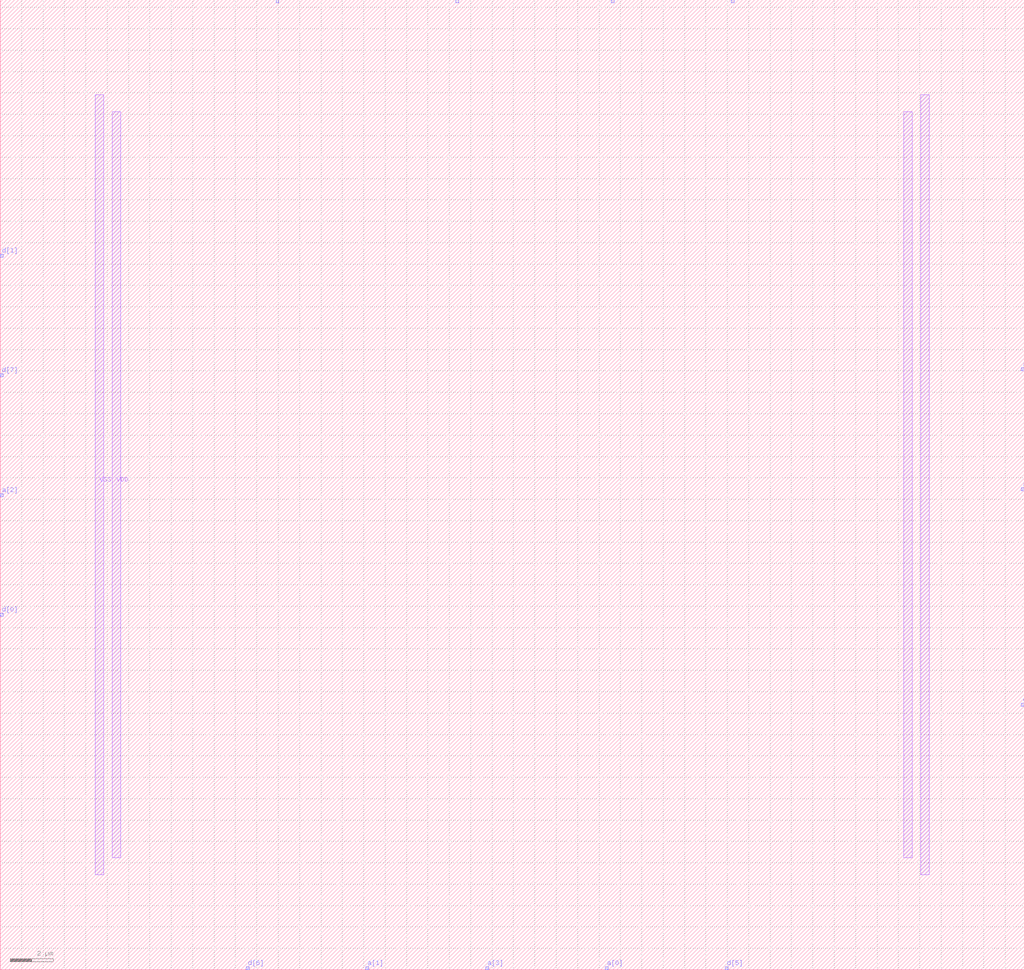
<source format=lef>
##
## LEF for PtnCells ;
## created by Innovus v16.10-p004_1 on Mon Feb  6 22:41:51 2017
##

VERSION 5.7 ;

BUSBITCHARS "[]" ;
DIVIDERCHAR "/" ;

MACRO aes_sbox
  CLASS BLOCK ;
  SIZE 47.8800 BY 45.3600 ;
  FOREIGN aes_sbox 0.0000 0.0000 ;
  ORIGIN 0 0 ;
  SYMMETRY X Y R90 ;
  PIN a[7]
    DIRECTION INPUT ;
    USE SIGNAL ;
    PORT
      LAYER metal6 ;
        RECT 21.2950 45.2200 21.4350 45.3600 ;
    END
  END a[7]
  PIN a[6]
    DIRECTION INPUT ;
    USE SIGNAL ;
    PORT
      LAYER metal6 ;
        RECT 28.5750 45.2200 28.7150 45.3600 ;
    END
  END a[6]
  PIN a[5]
    DIRECTION INPUT ;
    USE SIGNAL ;
    PORT
      LAYER metal6 ;
        RECT 47.7400 28.0000 47.8800 28.1400 ;
    END
  END a[5]
  PIN a[4]
    DIRECTION INPUT ;
    USE SIGNAL ;
    PORT
      LAYER metal6 ;
        RECT 47.7400 22.4000 47.8800 22.5400 ;
    END
  END a[4]
  PIN a[3]
    DIRECTION INPUT ;
    USE SIGNAL ;
    PORT
      LAYER metal6 ;
        RECT 22.6950 0.0000 22.8350 0.1400 ;
    END
  END a[3]
  PIN a[2]
    DIRECTION INPUT ;
    USE SIGNAL ;
    PORT
      LAYER metal6 ;
        RECT 0.0000 22.1200 0.1400 22.2600 ;
    END
  END a[2]
  PIN a[1]
    DIRECTION INPUT ;
    USE SIGNAL ;
    PORT
      LAYER metal6 ;
        RECT 17.0950 0.0000 17.2350 0.1400 ;
    END
  END a[1]
  PIN a[0]
    DIRECTION INPUT ;
    USE SIGNAL ;
    PORT
      LAYER metal6 ;
        RECT 28.2950 0.0000 28.4350 0.1400 ;
    END
  END a[0]
  PIN d[7]
    DIRECTION OUTPUT ;
    USE SIGNAL ;
    PORT
      LAYER metal6 ;
        RECT 0.0000 27.7200 0.1400 27.8600 ;
    END
  END d[7]
  PIN d[6]
    DIRECTION OUTPUT ;
    USE SIGNAL ;
    PORT
      LAYER metal6 ;
        RECT 11.4950 0.0000 11.6350 0.1400 ;
    END
  END d[6]
  PIN d[5]
    DIRECTION OUTPUT ;
    USE SIGNAL ;
    PORT
      LAYER metal6 ;
        RECT 33.8950 0.0000 34.0350 0.1400 ;
    END
  END d[5]
  PIN d[4]
    DIRECTION OUTPUT ;
    USE SIGNAL ;
    PORT
      LAYER metal6 ;
        RECT 12.8950 45.2200 13.0350 45.3600 ;
    END
  END d[4]
  PIN d[3]
    DIRECTION OUTPUT ;
    USE SIGNAL ;
    PORT
      LAYER metal6 ;
        RECT 47.7400 12.3200 47.8800 12.4600 ;
    END
  END d[3]
  PIN d[2]
    DIRECTION OUTPUT ;
    USE SIGNAL ;
    PORT
      LAYER metal6 ;
        RECT 34.1750 45.2200 34.3150 45.3600 ;
    END
  END d[2]
  PIN d[1]
    DIRECTION OUTPUT ;
    USE SIGNAL ;
    PORT
      LAYER metal6 ;
        RECT 0.0000 33.3200 0.1400 33.4600 ;
    END
  END d[1]
  PIN d[0]
    DIRECTION OUTPUT ;
    USE SIGNAL ;
    PORT
      LAYER metal6 ;
        RECT 0.0000 16.5200 0.1400 16.6600 ;
    END
  END d[0]
  PIN VSS
    DIRECTION INOUT ;
    USE GROUND ;
	SHAPE FEEDTHRU ;
    PORT
      LAYER metal3 ;
        RECT 43.0450 4.4400 43.4450 40.9200 ;
        RECT 4.4350 4.4400 4.8350 40.9200 ;
    END
  END VSS
  PIN VDD
    DIRECTION INOUT ;
    USE POWER ;
	SHAPE FEEDTHRU ;
    PORT
      LAYER metal3 ;
        RECT 42.2450 5.2400 42.6450 40.1200 ;
        RECT 5.2350 5.2400 5.6350 40.1200 ;
    END
  END VDD
END aes_sbox

END LIBRARY

</source>
